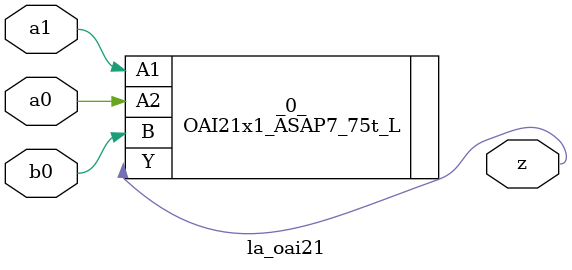
<source format=v>

/* Generated by Yosys 0.44 (git sha1 80ba43d26, g++ 11.4.0-1ubuntu1~22.04 -fPIC -O3) */

(* top =  1  *)
(* src = "inputs/la_oai21.v:10.1-21.10" *)
module la_oai21 (
    a0,
    a1,
    b0,
    z
);
  (* src = "inputs/la_oai21.v:13.12-13.14" *)
  input a0;
  wire a0;
  (* src = "inputs/la_oai21.v:14.12-14.14" *)
  input a1;
  wire a1;
  (* src = "inputs/la_oai21.v:15.12-15.14" *)
  input b0;
  wire b0;
  (* src = "inputs/la_oai21.v:16.12-16.13" *)
  output z;
  wire z;
  OAI21x1_ASAP7_75t_L _0_ (
      .A1(a1),
      .A2(a0),
      .B (b0),
      .Y (z)
  );
endmodule

</source>
